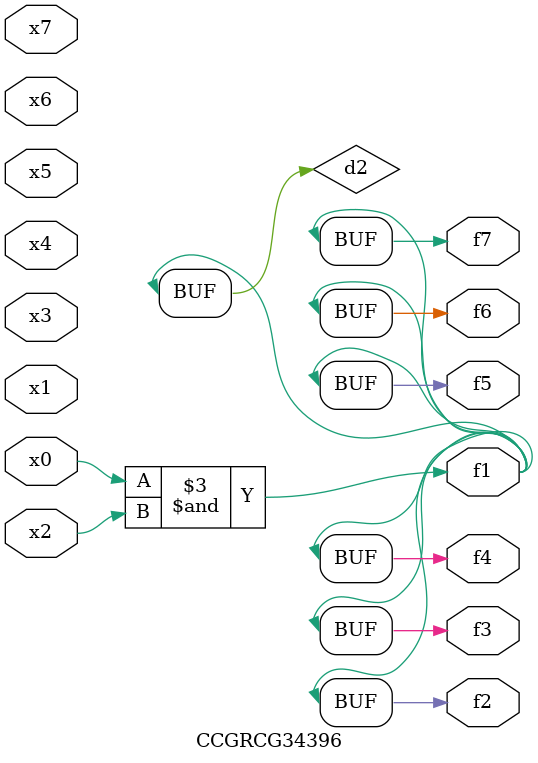
<source format=v>
module CCGRCG34396(
	input x0, x1, x2, x3, x4, x5, x6, x7,
	output f1, f2, f3, f4, f5, f6, f7
);

	wire d1, d2;

	nor (d1, x3, x6);
	and (d2, x0, x2);
	assign f1 = d2;
	assign f2 = d2;
	assign f3 = d2;
	assign f4 = d2;
	assign f5 = d2;
	assign f6 = d2;
	assign f7 = d2;
endmodule

</source>
